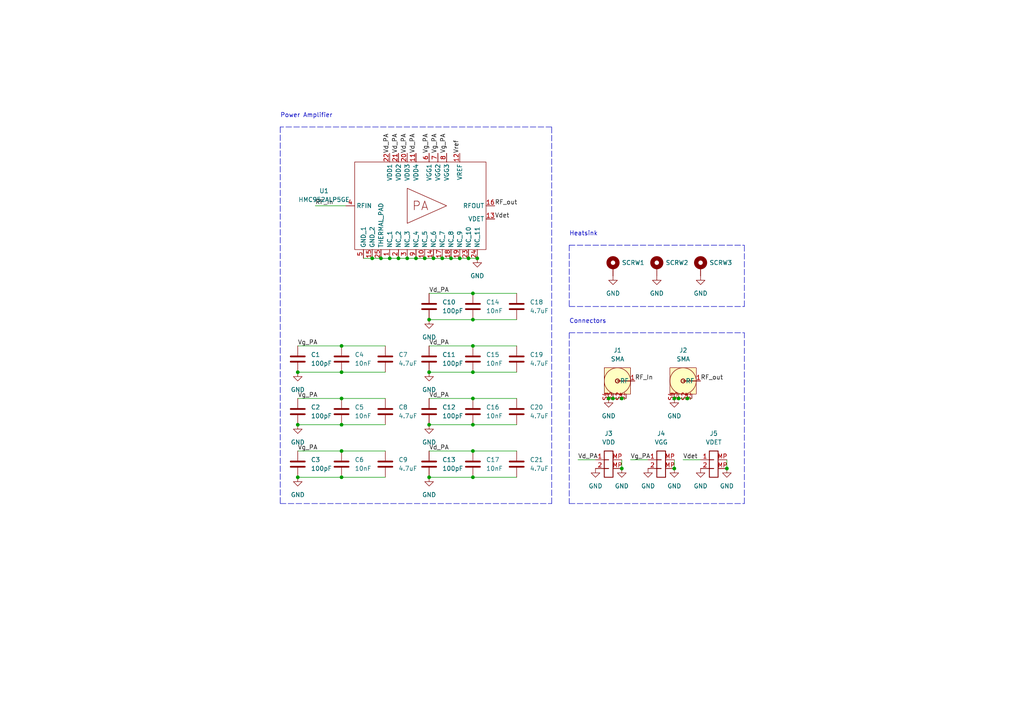
<source format=kicad_sch>
(kicad_sch (version 20211123) (generator eeschema)
  (paper "A4")
  (lib_symbols
    (symbol "Device:C" (pin_numbers hide) (pin_names (offset 0.254))
      (property "Reference" "C" (at 0.635 2.54 0))
      (property "Value" "C" (at 0.635 -2.54 0))
      (symbol "C_0_1"
        (polyline (pts (xy -2.032 -0.762) (xy 2.032 -0.762)) (stroke (width 0.508)))
        (polyline (pts (xy -2.032 0.762) (xy 2.032 0.762)) (stroke (width 0.508)))
      )
      (symbol "C_1_1"
        (pin passive line (at 0 3.81 270) (length 2.794) (name "~") (number "1"))
        (pin passive line (at 0 -3.81 90) (length 2.794) (name "~") (number "2"))
      )
    )
    (symbol "GGS_Connectors:Picoblade_2x1_H"
      (property "Reference" "12V1" (at 0 15.24 0))
      (property "Value" "MOLEX_52610271" (at 0 12.7 0))
      (symbol "Picoblade_2x1_H_0_1"
        (polyline (pts (xy 0 5.08) (xy -1.27 5.08)) (stroke (width 0.254)))
        (polyline (pts (xy 0 7.62) (xy -1.27 7.62)) (stroke (width 0.254)))
      )
      (symbol "Picoblade_2x1_H_1_0"
        (polyline (pts (xy -1.27 10.16) (xy 1.27 10.16) (xy 1.27 2.54) (xy -1.27 2.54) (xy -1.27 10.16)) (stroke (width 0.254)))
        (pin passive line (at -3.81 7.62 0) (length 2.54) (name "1") (number "1"))
        (pin passive line (at -3.81 5.08 0) (length 2.54) (name "2") (number "2"))
        (pin passive line (at 3.81 7.62 180) (length 2.54) (name "MH1") (number "MP"))
        (pin passive line (at 3.81 5.08 180) (length 2.54) (name "MH2") (number "MP"))
      )
    )
    (symbol "GGS_Connectors:SMA"
      (property "Reference" "J" (at 2.54 15.24 0))
      (property "Value" "SMA" (at 3.81 12.7 0))
      (symbol "SMA_0_1"
        (polyline (pts (xy 6.35 6.35) (xy 2.54 6.35)) (stroke (width 0.254)))
        (rectangle (start 2.54 10.16) (end 10.16 2.54) (fill (type background)))
        (circle (center 6.35 6.35) (radius 0.568) (stroke (width 0.254)))
        (circle (center 6.35 6.35) (radius 3.81))
      )
      (symbol "SMA_1_1"
        (pin bidirectional line (at 1.27 6.35 0) (length 1.27) (name "RF") (number "1"))
        (pin power_in line (at 3.81 1.27 90) (length 1.27) (name "") (number "S1"))
        (pin power_in line (at 5.08 1.27 90) (length 1.27) (name "") (number "S2"))
        (pin power_in line (at 7.62 1.27 90) (length 1.27) (name "") (number "S3"))
        (pin power_in line (at 8.89 1.27 90) (length 1.27) (name "") (number "S4"))
      )
    )
    (symbol "GGS_RF:HMC952ALP5GE"
      (property "Reference" "U" (at 0 0 0))
      (property "Value" "HMC952ALP5GE" (at 0 0 0))
      (symbol "HMC952ALP5GE_0_0"
        (rectangle (start -11.43 31.75) (end 26.67 6.35))
        (polyline (pts (xy 3.81 24.13) (xy 3.81 13.97) (xy 15.24 19.05) (xy 3.81 24.13)))
        (text "PA" (at 7.62 19.05 0) (effects (font (size 2.54 2.54))))
        (pin passive line (at -1.27 3.81 90) (length 2.54) (name "NC_1") (number "1"))
        (pin passive line (at 8.89 3.81 90) (length 2.54) (name "NC_5") (number "10"))
        (pin passive line (at 6.35 34.29 270) (length 2.54) (name "VDD4") (number "11"))
        (pin passive line (at 19.05 34.29 270) (length 2.54) (name "VREF") (number "12"))
        (pin passive line (at 29.21 15.24 180) (length 2.54) (name "VDET") (number "13"))
        (pin passive line (at 11.43 3.81 90) (length 2.54) (name "NC_6") (number "14"))
        (pin passive line (at -6.35 3.81 90) (length 2.54) (name "GND_2") (number "15"))
        (pin passive line (at 29.21 19.05 180) (length 2.54) (name "RFOUT") (number "16"))
        (pin passive line (at 13.97 3.81 90) (length 2.54) (name "NC_7") (number "17"))
        (pin passive line (at 16.51 3.81 90) (length 2.54) (name "NC_8") (number "18"))
        (pin passive line (at 19.05 3.81 90) (length 2.54) (name "NC_9") (number "19"))
        (pin passive line (at 1.27 3.81 90) (length 2.54) (name "NC_2") (number "2"))
        (pin passive line (at 3.81 34.29 270) (length 2.54) (name "VDD3") (number "20"))
        (pin passive line (at 1.27 34.29 270) (length 2.54) (name "VDD2") (number "21"))
        (pin passive line (at -1.27 34.29 270) (length 2.54) (name "VDD1") (number "22"))
        (pin passive line (at 21.59 3.81 90) (length 2.54) (name "NC_10") (number "23"))
        (pin passive line (at 24.13 3.81 90) (length 2.54) (name "NC_11") (number "24"))
        (pin passive line (at -3.81 3.81 90) (length 2.54) (name "THERMAL_PAD") (number "25"))
        (pin passive line (at 3.81 3.81 90) (length 2.54) (name "NC_3") (number "3"))
        (pin passive line (at -13.97 19.05 0) (length 2.54) (name "RFIN") (number "4"))
        (pin passive line (at -8.89 3.81 90) (length 2.54) (name "GND_1") (number "5"))
        (pin passive line (at 10.16 34.29 270) (length 2.54) (name "VGG1") (number "6"))
        (pin passive line (at 12.7 34.29 270) (length 2.54) (name "VGG2") (number "7"))
        (pin passive line (at 15.24 34.29 270) (length 2.54) (name "VGG3") (number "8"))
        (pin passive line (at 6.35 3.81 90) (length 2.54) (name "NC_4") (number "9"))
      )
    )
    (symbol "Mechanical:MountingHole_Pad" (pin_numbers hide) (pin_names (offset 1.016) hide)
      (property "Reference" "H" (at 0 6.35 0))
      (property "Value" "MountingHole_Pad" (at 0 4.445 0))
      (symbol "MountingHole_Pad_0_1"
        (circle (center 0 1.27) (radius 1.27) (stroke (width 1.27)))
      )
      (symbol "MountingHole_Pad_1_1"
        (pin input line (at 0 -2.54 90) (length 2.54) (name "1") (number "1"))
      )
    )
    (symbol "power:GND" (power) (pin_names (offset 0))
      (property "Value" "GND" (at 0 -3.81 0))
      (symbol "GND_0_1"
        (polyline (pts (xy 0 0) (xy 0 -1.27) (xy 1.27 -1.27) (xy 0 -2.54) (xy -1.27 -1.27) (xy 0 -1.27)))
      )
      (symbol "GND_1_1"
        (pin power_in line (at 0 0 270) (length 0) hide (name "GND") (number "1"))
      )
    )
  )
  (junction (at 123.19 74.93))
  (junction (at 118.11 74.93))
  (junction (at 86.36 138.43))
  (junction (at 99.06 107.95))
  (junction (at 176.53 115.57))
  (junction (at 113.03 74.93))
  (junction (at 199.39 115.57))
  (junction (at 210.82 135.89))
  (junction (at 124.46 138.43))
  (junction (at 195.58 135.89))
  (junction (at 86.36 123.19))
  (junction (at 128.27 74.93))
  (junction (at 99.06 115.57))
  (junction (at 99.06 123.19))
  (junction (at 135.89 74.93))
  (junction (at 180.34 115.57))
  (junction (at 137.16 123.19))
  (junction (at 110.49 74.93))
  (junction (at 107.95 74.93))
  (junction (at 86.36 107.95))
  (junction (at 137.16 92.71))
  (junction (at 99.06 138.43))
  (junction (at 137.16 115.57))
  (junction (at 124.46 107.95))
  (junction (at 137.16 138.43))
  (junction (at 124.46 92.71))
  (junction (at 124.46 123.19))
  (junction (at 177.8 115.57))
  (junction (at 120.65 74.93))
  (junction (at 133.35 74.93))
  (junction (at 137.16 107.95))
  (junction (at 99.06 130.81))
  (junction (at 137.16 100.33))
  (junction (at 99.06 100.33))
  (junction (at 137.16 130.81))
  (junction (at 115.57 74.93))
  (junction (at 125.73 74.93))
  (junction (at 138.43 74.93))
  (junction (at 180.34 135.89))
  (junction (at 195.58 115.57))
  (junction (at 130.81 74.93))
  (junction (at 137.16 85.09))
  (junction (at 196.85 115.57))
  (wire (pts (xy 133.35 74.93) (xy 135.89 74.93)))
  (wire (pts (xy 86.36 123.19) (xy 99.06 123.19)))
  (wire (pts (xy 99.06 123.19) (xy 111.76 123.19)))
  (polyline (pts (xy 165.1 96.52) (xy 215.9 96.52)))
  (polyline (pts (xy 165.1 96.52) (xy 165.1 146.05)))
  (wire (pts (xy 91.44 59.69) (xy 100.33 59.69)))
  (polyline (pts (xy 160.02 36.83) (xy 81.28 36.83)))
  (wire (pts (xy 177.8 115.57) (xy 180.34 115.57)))
  (wire (pts (xy 124.46 92.71) (xy 137.16 92.71)))
  (polyline (pts (xy 215.9 88.9) (xy 215.9 71.12)))
  (wire (pts (xy 130.81 74.93) (xy 133.35 74.93)))
  (wire (pts (xy 124.46 138.43) (xy 137.16 138.43)))
  (wire (pts (xy 124.46 130.81) (xy 137.16 130.81)))
  (wire (pts (xy 124.46 100.33) (xy 137.16 100.33)))
  (wire (pts (xy 137.16 92.71) (xy 149.86 92.71)))
  (wire (pts (xy 113.03 74.93) (xy 115.57 74.93)))
  (wire (pts (xy 135.89 74.93) (xy 138.43 74.93)))
  (wire (pts (xy 167.64 133.35) (xy 172.72 133.35)))
  (wire (pts (xy 198.12 133.35) (xy 203.2 133.35)))
  (polyline (pts (xy 165.1 88.9) (xy 215.9 88.9)))
  (wire (pts (xy 99.06 115.57) (xy 111.76 115.57)))
  (wire (pts (xy 99.06 138.43) (xy 111.76 138.43)))
  (wire (pts (xy 199.39 115.57) (xy 200.66 115.57)))
  (polyline (pts (xy 81.28 36.83) (xy 81.28 146.05)))
  (wire (pts (xy 124.46 123.19) (xy 137.16 123.19)))
  (wire (pts (xy 210.82 133.35) (xy 210.82 135.89)))
  (wire (pts (xy 180.34 115.57) (xy 181.61 115.57)))
  (wire (pts (xy 86.36 107.95) (xy 99.06 107.95)))
  (wire (pts (xy 107.95 74.93) (xy 110.49 74.93)))
  (wire (pts (xy 137.16 123.19) (xy 149.86 123.19)))
  (wire (pts (xy 118.11 74.93) (xy 120.65 74.93)))
  (wire (pts (xy 124.46 85.09) (xy 137.16 85.09)))
  (wire (pts (xy 120.65 74.93) (xy 123.19 74.93)))
  (wire (pts (xy 137.16 115.57) (xy 149.86 115.57)))
  (wire (pts (xy 115.57 74.93) (xy 118.11 74.93)))
  (polyline (pts (xy 165.1 71.12) (xy 165.1 88.9)))
  (wire (pts (xy 137.16 138.43) (xy 149.86 138.43)))
  (wire (pts (xy 86.36 138.43) (xy 99.06 138.43)))
  (polyline (pts (xy 160.02 146.05) (xy 160.02 36.83)))
  (polyline (pts (xy 165.1 146.05) (xy 215.9 146.05)))
  (wire (pts (xy 125.73 74.93) (xy 128.27 74.93)))
  (wire (pts (xy 99.06 130.81) (xy 111.76 130.81)))
  (wire (pts (xy 99.06 107.95) (xy 111.76 107.95)))
  (wire (pts (xy 128.27 74.93) (xy 130.81 74.93)))
  (wire (pts (xy 137.16 100.33) (xy 149.86 100.33)))
  (wire (pts (xy 86.36 100.33) (xy 99.06 100.33)))
  (wire (pts (xy 124.46 115.57) (xy 137.16 115.57)))
  (wire (pts (xy 137.16 130.81) (xy 149.86 130.81)))
  (wire (pts (xy 196.85 115.57) (xy 199.39 115.57)))
  (polyline (pts (xy 165.1 71.12) (xy 215.9 71.12)))
  (polyline (pts (xy 215.9 146.05) (xy 215.9 96.52)))
  (wire (pts (xy 195.58 115.57) (xy 196.85 115.57)))
  (wire (pts (xy 86.36 130.81) (xy 99.06 130.81)))
  (wire (pts (xy 99.06 100.33) (xy 111.76 100.33)))
  (wire (pts (xy 124.46 107.95) (xy 137.16 107.95)))
  (wire (pts (xy 137.16 107.95) (xy 149.86 107.95)))
  (wire (pts (xy 137.16 85.09) (xy 149.86 85.09)))
  (wire (pts (xy 123.19 74.93) (xy 125.73 74.93)))
  (wire (pts (xy 86.36 115.57) (xy 99.06 115.57)))
  (polyline (pts (xy 81.28 146.05) (xy 160.02 146.05)))
  (wire (pts (xy 182.88 133.35) (xy 187.96 133.35)))
  (wire (pts (xy 176.53 115.57) (xy 177.8 115.57)))
  (wire (pts (xy 180.34 133.35) (xy 180.34 135.89)))
  (wire (pts (xy 195.58 133.35) (xy 195.58 135.89)))
  (wire (pts (xy 105.41 74.93) (xy 107.95 74.93)))
  (wire (pts (xy 110.49 74.93) (xy 113.03 74.93)))
  (text "Connectors" (at 165.1 93.98 0) (effects (font (size 1.27 1.27)) (justify left bottom)))
  (text "Power Amplifier" (at 81.28 34.29 0) (effects (font (size 1.27 1.27)) (justify left bottom)))
  (text "Heatsink" (at 165.1 68.58 0) (effects (font (size 1.27 1.27)) (justify left bottom)))
  (label "Vd_PA" (at 113.03 44.45 90))
  (label "Vd_PA" (at 118.11 44.45 90))
  (label "Vg_PA" (at 86.36 130.81 0))
  (label "RF_out" (at 143.51 59.69 0))
  (label "Vd_PA" (at 124.46 130.81 0))
  (label "RF_In" (at 91.44 59.69 0))
  (label "Vg_PA" (at 182.88 133.35 0))
  (label "Vd_PA" (at 124.46 85.09 0))
  (label "RF_In" (at 184.15 110.49 0))
  (label "RF_out" (at 203.2 110.49 0))
  (label "Vg_PA" (at 127 44.45 90))
  (label "Vdet" (at 143.51 63.5 0))
  (label "Vg_PA" (at 124.46 44.45 90))
  (label "Vg_PA" (at 129.54 44.45 90))
  (label "Vg_PA" (at 86.36 100.33 0))
  (label "Vdet" (at 198.12 133.35 0))
  (label "Vd_PA" (at 167.64 133.35 0))
  (label "Vg_PA" (at 86.36 115.57 0))
  (label "Vd_PA" (at 115.57 44.45 90))
  (label "Vref" (at 133.35 44.45 90))
  (label "Vd_PA" (at 120.65 44.45 90))
  (label "Vd_PA" (at 124.46 115.57 0))
  (label "Vd_PA" (at 124.46 100.33 0))
  (symbol (lib_id "power:GND") (at 195.58 135.89 0) (unit 1)
    (property "Reference" "#PWR017" (effects hide))
    (property "Value" "GND" (at 195.58 140.97 0))
  )
  (symbol (lib_id "Device:C") (at 137.16 104.14 180) (unit 1)
    (property "Reference" "C15" (at 140.97 102.8699 0) (effects (justify right)))
    (property "Value" "10nF" (at 140.97 105.4099 0) (effects (justify right)))
    (property "Footprint" "Capacitor_SMD:C_0603_1608Metric" (effects hide))
  )
  (symbol (lib_id "Device:C") (at 99.06 104.14 180) (unit 1)
    (property "Reference" "C4" (at 102.87 102.8699 0) (effects (justify right)))
    (property "Value" "10nF" (at 102.87 105.4099 0) (effects (justify right)))
    (property "Footprint" "Capacitor_SMD:C_0603_1608Metric" (effects hide))
  )
  (symbol (lib_id "Device:C") (at 99.06 134.62 180) (unit 1)
    (property "Reference" "C6" (at 102.87 133.3499 0) (effects (justify right)))
    (property "Value" "10nF" (at 102.87 135.8899 0) (effects (justify right)))
    (property "Footprint" "Capacitor_SMD:C_0603_1608Metric" (effects hide))
  )
  (symbol (lib_id "Device:C") (at 149.86 134.62 180) (unit 1)
    (property "Reference" "C21" (at 153.67 133.3499 0) (effects (justify right)))
    (property "Value" "4.7uF" (at 153.67 135.8899 0) (effects (justify right)))
    (property "Footprint" "Capacitor_SMD:C_0805_2012Metric" (effects hide))
  )
  (symbol (lib_id "Mechanical:MountingHole_Pad") (at 203.2 77.47 0) (unit 1)
    (property "Reference" "SCRW3" (at 205.74 76.1999 0) (effects (justify left)))
    (property "Value" "MountingHole_Pad" (effects hide))
    (property "Footprint" "MountingHole:MountingHole_2.7mm_M2.5_ISO14580" (effects hide))
  )
  (symbol (lib_id "Device:C") (at 149.86 119.38 180) (unit 1)
    (property "Reference" "C20" (at 153.67 118.1099 0) (effects (justify right)))
    (property "Value" "4.7uF" (at 153.67 120.6499 0) (effects (justify right)))
    (property "Footprint" "Capacitor_SMD:C_0805_2012Metric" (effects hide))
  )
  (symbol (lib_id "Device:C") (at 111.76 119.38 180) (unit 1)
    (property "Reference" "C8" (at 115.57 118.1099 0) (effects (justify right)))
    (property "Value" "4.7uF" (at 115.57 120.6499 0) (effects (justify right)))
    (property "Footprint" "Capacitor_SMD:C_0805_2012Metric" (effects hide))
  )
  (symbol (lib_id "Device:C") (at 149.86 88.9 180) (unit 1)
    (property "Reference" "C18" (at 153.67 87.6299 0) (effects (justify right)))
    (property "Value" "4.7uF" (at 153.67 90.1699 0) (effects (justify right)))
    (property "Footprint" "Capacitor_SMD:C_0805_2012Metric" (effects hide))
  )
  (symbol (lib_id "power:GND") (at 86.36 107.95 0) (unit 1)
    (property "Reference" "#PWR01" (effects hide))
    (property "Value" "GND" (at 86.36 113.03 0))
  )
  (symbol (lib_id "Device:C") (at 124.46 88.9 180) (unit 1)
    (property "Reference" "C10" (at 128.27 87.6299 0) (effects (justify right)))
    (property "Value" "100pF" (at 128.27 90.1699 0) (effects (justify right)))
    (property "Footprint" "Capacitor_SMD:C_0402_1005Metric" (effects hide))
  )
  (symbol (lib_id "Device:C") (at 137.16 119.38 180) (unit 1)
    (property "Reference" "C16" (at 140.97 118.1099 0) (effects (justify right)))
    (property "Value" "10nF" (at 140.97 120.6499 0) (effects (justify right)))
    (property "Footprint" "Capacitor_SMD:C_0603_1608Metric" (effects hide))
  )
  (symbol (lib_id "Device:C") (at 137.16 88.9 180) (unit 1)
    (property "Reference" "C14" (at 140.97 87.6299 0) (effects (justify right)))
    (property "Value" "10nF" (at 140.97 90.1699 0) (effects (justify right)))
    (property "Footprint" "Capacitor_SMD:C_0603_1608Metric" (effects hide))
  )
  (symbol (lib_id "power:GND") (at 203.2 135.89 0) (unit 1)
    (property "Reference" "#PWR018" (effects hide))
    (property "Value" "GND" (at 203.2 140.97 0))
  )
  (symbol (lib_id "Device:C") (at 111.76 104.14 180) (unit 1)
    (property "Reference" "C7" (at 115.57 102.8699 0) (effects (justify right)))
    (property "Value" "4.7uF" (at 115.57 105.4099 0) (effects (justify right)))
    (property "Footprint" "Capacitor_SMD:C_0805_2012Metric" (effects hide))
  )
  (symbol (lib_id "power:GND") (at 210.82 135.89 0) (unit 1)
    (property "Reference" "#PWR019" (effects hide))
    (property "Value" "GND" (at 210.82 140.97 0))
  )
  (symbol (lib_id "GGS_Connectors:SMA") (at 204.47 116.84 0) (mirror y) (unit 1)
    (property "Reference" "J2" (at 198.1835 101.6 0))
    (property "Value" "SMA" (at 198.1835 104.14 0))
    (property "Footprint" "GGS_Connectors:LINX_CONSMA020.062-G" (effects hide))
  )
  (symbol (lib_id "GGS_RF:HMC952ALP5GE") (at 114.3 78.74 0) (unit 1)
    (property "Reference" "U1" (at 93.98 55.3593 0))
    (property "Value" "HMC952ALP5GE" (at 93.98 57.8993 0))
    (property "Footprint" "SamacSys_Footprints:QFN65P500X500X100-25N-D" (effects hide))
    (property "Datasheet" "http://www.analog.com/media/en/technical-documentation/data-sheets/HMC952A.pdf" (effects hide))
    (property "Description" "RF Amplifier 9-13.3GHz 2W POWER AMPLIFIER" (effects hide))
    (property "Height" "1" (effects hide))
    (property "Mouser Part Number" "584-HMC952ALP5GE" (effects hide))
    (property "Mouser Price/Stock" "https://www.mouser.co.uk/ProductDetail/Analog-Devices/HMC952ALP5GE?qs=JeIcUl65ClAgGw6K1kqpbg%3D%3D" (effects hide))
    (property "Manufacturer_Name" "Analog Devices" (effects hide))
    (property "Manufacturer_Part_Number" "HMC952ALP5GE" (effects hide))
  )
  (symbol (lib_id "power:GND") (at 86.36 123.19 0) (unit 1)
    (property "Reference" "#PWR02" (effects hide))
    (property "Value" "GND" (at 86.36 128.27 0))
  )
  (symbol (lib_id "power:GND") (at 190.5 80.01 0) (unit 1)
    (property "Reference" "#PWR011" (effects hide))
    (property "Value" "GND" (at 190.5 85.09 0))
  )
  (symbol (lib_id "power:GND") (at 124.46 107.95 0) (unit 1)
    (property "Reference" "#PWR05" (effects hide))
    (property "Value" "GND" (at 124.46 113.03 0))
  )
  (symbol (lib_id "Device:C") (at 86.36 134.62 180) (unit 1)
    (property "Reference" "C3" (at 90.17 133.3499 0) (effects (justify right)))
    (property "Value" "100pF" (at 90.17 135.8899 0) (effects (justify right)))
    (property "Footprint" "Capacitor_SMD:C_0402_1005Metric" (effects hide))
  )
  (symbol (lib_id "power:GND") (at 124.46 123.19 0) (unit 1)
    (property "Reference" "#PWR06" (effects hide))
    (property "Value" "GND" (at 124.46 128.27 0))
  )
  (symbol (lib_id "Device:C") (at 124.46 134.62 180) (unit 1)
    (property "Reference" "C13" (at 128.27 133.3499 0) (effects (justify right)))
    (property "Value" "100pF" (at 128.27 135.8899 0) (effects (justify right)))
    (property "Footprint" "Capacitor_SMD:C_0402_1005Metric" (effects hide))
  )
  (symbol (lib_id "power:GND") (at 172.72 135.89 0) (unit 1)
    (property "Reference" "#PWR014" (effects hide))
    (property "Value" "GND" (at 172.72 140.97 0))
  )
  (symbol (lib_id "GGS_Connectors:Picoblade_2x1_H") (at 176.53 140.97 0) (unit 1)
    (property "Reference" "J3" (at 176.53 125.73 0))
    (property "Value" "VDD" (at 176.53 128.27 0))
    (property "Footprint" "Connector_Molex:Molex_PicoBlade_53261-0271_1x02-1MP_P1.25mm_Horizontal" (effects hide))
    (property "SUPPLIER 1" "Farnell" (effects hide))
    (property "SUPPLIER PART NUMBER 1" "1125366" (effects hide))
  )
  (symbol (lib_id "power:GND") (at 203.2 80.01 0) (unit 1)
    (property "Reference" "#PWR013" (effects hide))
    (property "Value" "GND" (at 203.2 85.09 0))
  )
  (symbol (lib_id "Mechanical:MountingHole_Pad") (at 177.8 77.47 0) (unit 1)
    (property "Reference" "SCRW1" (at 180.34 76.1999 0) (effects (justify left)))
    (property "Value" "MountingHole_Pad" (effects hide))
    (property "Footprint" "MountingHole:MountingHole_2.7mm_M2.5_ISO14580" (effects hide))
  )
  (symbol (lib_id "power:GND") (at 86.36 138.43 0) (unit 1)
    (property "Reference" "#PWR03" (effects hide))
    (property "Value" "GND" (at 86.36 143.51 0))
  )
  (symbol (lib_id "Device:C") (at 86.36 104.14 180) (unit 1)
    (property "Reference" "C1" (at 90.17 102.8699 0) (effects (justify right)))
    (property "Value" "100pF" (at 90.17 105.4099 0) (effects (justify right)))
    (property "Footprint" "Capacitor_SMD:C_0402_1005Metric" (effects hide))
  )
  (symbol (lib_id "Device:C") (at 137.16 134.62 180) (unit 1)
    (property "Reference" "C17" (at 140.97 133.3499 0) (effects (justify right)))
    (property "Value" "10nF" (at 140.97 135.8899 0) (effects (justify right)))
    (property "Footprint" "Capacitor_SMD:C_0603_1608Metric" (effects hide))
  )
  (symbol (lib_id "power:GND") (at 124.46 138.43 0) (unit 1)
    (property "Reference" "#PWR07" (effects hide))
    (property "Value" "GND" (at 124.46 143.51 0))
  )
  (symbol (lib_id "power:GND") (at 177.8 80.01 0) (unit 1)
    (property "Reference" "#PWR09" (effects hide))
    (property "Value" "GND" (at 177.8 85.09 0))
  )
  (symbol (lib_id "power:GND") (at 180.34 135.89 0) (unit 1)
    (property "Reference" "#PWR015" (effects hide))
    (property "Value" "GND" (at 180.34 140.97 0))
  )
  (symbol (lib_id "Device:C") (at 124.46 104.14 180) (unit 1)
    (property "Reference" "C11" (at 128.27 102.8699 0) (effects (justify right)))
    (property "Value" "100pF" (at 128.27 105.4099 0) (effects (justify right)))
    (property "Footprint" "Capacitor_SMD:C_0402_1005Metric" (effects hide))
  )
  (symbol (lib_id "Device:C") (at 149.86 104.14 180) (unit 1)
    (property "Reference" "C19" (at 153.67 102.8699 0) (effects (justify right)))
    (property "Value" "4.7uF" (at 153.67 105.4099 0) (effects (justify right)))
    (property "Footprint" "Capacitor_SMD:C_0805_2012Metric" (effects hide))
  )
  (symbol (lib_id "power:GND") (at 187.96 135.89 0) (unit 1)
    (property "Reference" "#PWR016" (effects hide))
    (property "Value" "GND" (at 187.96 140.97 0))
  )
  (symbol (lib_id "Device:C") (at 86.36 119.38 180) (unit 1)
    (property "Reference" "C2" (at 90.17 118.1099 0) (effects (justify right)))
    (property "Value" "100pF" (at 90.17 120.6499 0) (effects (justify right)))
    (property "Footprint" "Capacitor_SMD:C_0402_1005Metric" (effects hide))
  )
  (symbol (lib_id "Device:C") (at 124.46 119.38 180) (unit 1)
    (property "Reference" "C12" (at 128.27 118.1099 0) (effects (justify right)))
    (property "Value" "100pF" (at 128.27 120.6499 0) (effects (justify right)))
    (property "Footprint" "Capacitor_SMD:C_0402_1005Metric" (effects hide))
  )
  (symbol (lib_id "power:GND") (at 176.53 115.57 0) (unit 1)
    (property "Reference" "#PWR010" (effects hide))
    (property "Value" "GND" (at 176.53 120.65 0))
  )
  (symbol (lib_id "power:GND") (at 124.46 92.71 0) (unit 1)
    (property "Reference" "#PWR04" (effects hide))
    (property "Value" "GND" (at 124.46 97.79 0))
  )
  (symbol (lib_id "GGS_Connectors:Picoblade_2x1_H") (at 191.77 140.97 0) (unit 1)
    (property "Reference" "J4" (at 191.77 125.73 0))
    (property "Value" "VGG" (at 191.77 128.27 0))
    (property "Footprint" "Connector_Molex:Molex_PicoBlade_53261-0271_1x02-1MP_P1.25mm_Horizontal" (effects hide))
    (property "SUPPLIER 1" "Farnell" (effects hide))
    (property "SUPPLIER PART NUMBER 1" "1125366" (effects hide))
  )
  (symbol (lib_id "Mechanical:MountingHole_Pad") (at 190.5 77.47 0) (unit 1)
    (property "Reference" "SCRW2" (at 193.04 76.1999 0) (effects (justify left)))
    (property "Value" "MountingHole_Pad" (effects hide))
    (property "Footprint" "MountingHole:MountingHole_2.7mm_M2.5_ISO14580" (effects hide))
  )
  (symbol (lib_id "GGS_Connectors:Picoblade_2x1_H") (at 207.01 140.97 0) (unit 1)
    (property "Reference" "J5" (at 207.01 125.73 0))
    (property "Value" "VDET" (at 207.01 128.27 0))
    (property "Footprint" "Connector_Molex:Molex_PicoBlade_53261-0271_1x02-1MP_P1.25mm_Horizontal" (effects hide))
    (property "SUPPLIER 1" "Farnell" (effects hide))
    (property "SUPPLIER PART NUMBER 1" "1125366" (effects hide))
  )
  (symbol (lib_id "Device:C") (at 99.06 119.38 180) (unit 1)
    (property "Reference" "C5" (at 102.87 118.1099 0) (effects (justify right)))
    (property "Value" "10nF" (at 102.87 120.6499 0) (effects (justify right)))
    (property "Footprint" "Capacitor_SMD:C_0603_1608Metric" (effects hide))
  )
  (symbol (lib_id "Device:C") (at 111.76 134.62 180) (unit 1)
    (property "Reference" "C9" (at 115.57 133.3499 0) (effects (justify right)))
    (property "Value" "4.7uF" (at 115.57 135.8899 0) (effects (justify right)))
    (property "Footprint" "Capacitor_SMD:C_0805_2012Metric" (effects hide))
  )
  (symbol (lib_id "power:GND") (at 195.58 115.57 0) (unit 1)
    (property "Reference" "#PWR012" (effects hide))
    (property "Value" "GND" (at 195.58 120.65 0))
  )
  (symbol (lib_id "GGS_Connectors:SMA") (at 185.42 116.84 0) (mirror y) (unit 1)
    (property "Reference" "J1" (at 179.1335 101.6 0))
    (property "Value" "SMA" (at 179.1335 104.14 0))
    (property "Footprint" "GGS_Connectors:LINX_CONSMA020.062-G" (effects hide))
  )
  (symbol (lib_id "power:GND") (at 138.43 74.93 0) (unit 1)
    (property "Reference" "#PWR08" (effects hide))
    (property "Value" "GND" (at 138.43 80.01 0))
  )
)
</source>
